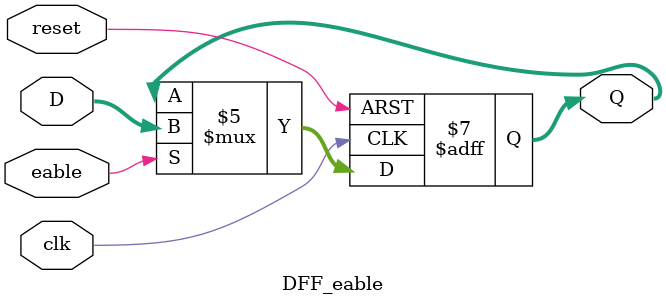
<source format=v>
module DFF_eable #(
    parameter n=4
) (
    input clk,
    input reset,
    input eable,
    input [n-1:0] D,
    output reg [n-1:0] Q=0
); 
    always @(posedge clk or posedge reset) begin
        if (reset==1) begin
            Q<=0;
        end
        else if (eable==1) begin
            Q<=D;
        end
    end
endmodule
</source>
